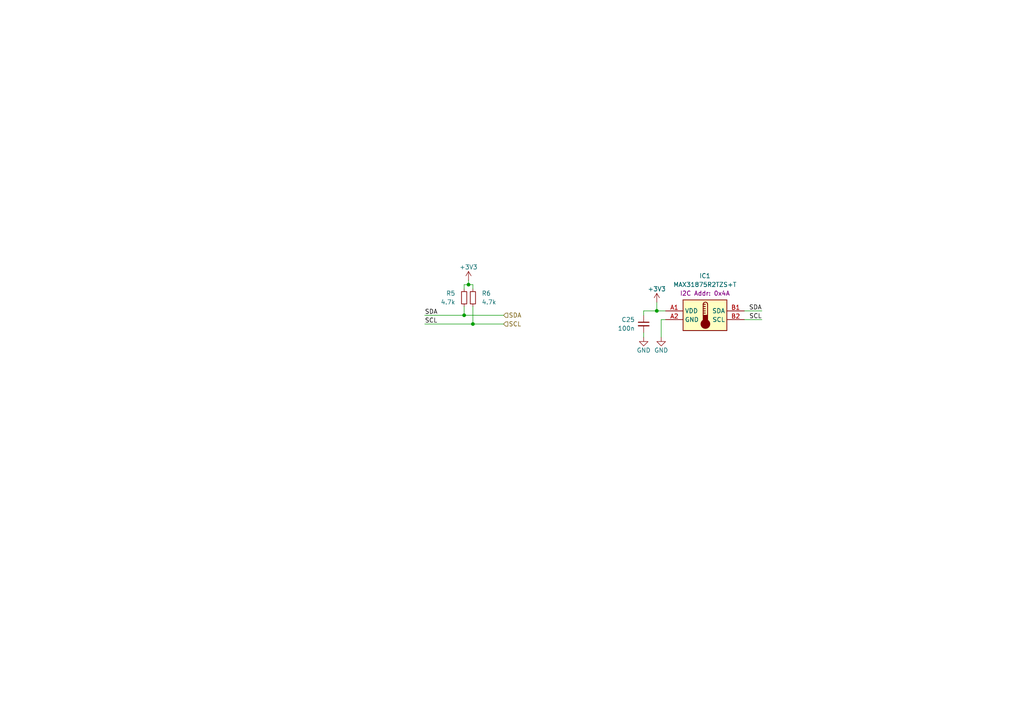
<source format=kicad_sch>
(kicad_sch (version 20231120) (generator "eeschema") (generator_version "8.0")
  (paper "A4")
  (lib_symbols
    (symbol "Device:C_Small" (pin_numbers hide) (pin_names (offset 0.254) hide)
      (property "Reference" "C" (at 0.254 1.778 0))
      (property "Value" "C_Small" (at 0.254 -2.032 0))
      (symbol "C_Small_0_1"
        (polyline (pts (xy -1.524 -0.508) (xy 1.524 -0.508)) (stroke (width 0.3302)))
        (polyline (pts (xy -1.524 0.508) (xy 1.524 0.508)) (stroke (width 0.3048)))
      )
      (symbol "C_Small_1_1"
        (pin passive line (at 0 2.54 270) (length 2.032) (name "~") (number "1"))
        (pin passive line (at 0 -2.54 90) (length 2.032) (name "~") (number "2"))
      )
    )
    (symbol "Device:R_Small" (pin_numbers hide) (pin_names (offset 0.254) hide)
      (property "Reference" "R" (at 0.762 0.508 0))
      (property "Value" "R_Small" (at 0.762 -1.016 0))
      (symbol "R_Small_0_1"
        (rectangle (start -0.762 1.778) (end 0.762 -1.778) (stroke (width 0.2032)))
      )
      (symbol "R_Small_1_1"
        (pin passive line (at 0 2.54 270) (length 0.762) (name "~") (number "1"))
        (pin passive line (at 0 -2.54 90) (length 0.762) (name "~") (number "2"))
      )
    )
    (symbol "extras:MAX31875R2TZS+T"
      (property "Reference" "IC" (at 5.08 7.62 0))
      (property "Value" "MAX31875R2TZS+T" (at 5.08 5.08 0))
      (symbol "MAX31875R2TZS+T_0_1"
        (polyline (pts (xy 10.922 -0.635) (xy 11.557 -0.635)) (stroke (width 0.254)))
        (polyline (pts (xy 10.922 0) (xy 11.557 0)) (stroke (width 0.254)))
        (polyline (pts (xy 10.922 0.635) (xy 11.557 0.635)) (stroke (width 0.254)))
        (polyline (pts (xy 10.922 1.27) (xy 11.557 1.27)) (stroke (width 0.254)))
        (polyline (pts (xy 10.922 1.905) (xy 10.922 -1.27)) (stroke (width 0.254)))
        (polyline (pts (xy 10.922 1.905) (xy 11.557 1.905)) (stroke (width 0.254)))
        (polyline (pts (xy 12.192 1.905) (xy 12.192 -1.27)) (stroke (width 0.254)))
        (circle (center 11.557 -3.81) (radius 1.27) (stroke (width 0.254)) (fill (type outline)))
        (rectangle (start 12.192 -3.175) (end 10.922 -1.27) (stroke (width 0.254)) (fill (type outline)))
        (arc (start 12.192 1.905) (mid 11.557 2.5373) (end 10.922 1.905) (stroke (width 0.254)))
      )
      (symbol "MAX31875R2TZS+T_1_1"
        (rectangle (start 5.08 3.175) (end 17.78 -5.715) (stroke (width 0.254)) (fill (type background)))
        (pin passive line (at 0 0 0) (length 5.08) (name "VDD") (number "A1"))
        (pin passive line (at 0 -2.54 0) (length 5.08) (name "GND") (number "A2"))
        (pin passive line (at 22.86 0 180) (length 5.08) (name "SDA") (number "B1"))
        (pin passive line (at 22.86 -2.54 180) (length 5.08) (name "SCL") (number "B2"))
      )
    )
    (symbol "power:+3V3" (power) (pin_numbers hide) (pin_names (offset 0) hide)
      (property "Value" "+3V3" (at 0 3.556 0))
      (symbol "+3V3_0_1"
        (polyline (pts (xy -0.762 1.27) (xy 0 2.54)))
        (polyline (pts (xy 0 0) (xy 0 2.54)))
        (polyline (pts (xy 0 2.54) (xy 0.762 1.27)))
      )
      (symbol "+3V3_1_1"
        (pin power_in line (at 0 0 90) (length 0) (name "~") (number "1"))
      )
    )
    (symbol "power:GND" (power) (pin_numbers hide) (pin_names (offset 0) hide)
      (property "Value" "GND" (at 0 -3.81 0))
      (symbol "GND_0_1"
        (polyline (pts (xy 0 0) (xy 0 -1.27) (xy 1.27 -1.27) (xy 0 -2.54) (xy -1.27 -1.27) (xy 0 -1.27)))
      )
      (symbol "GND_1_1"
        (pin power_in line (at 0 0 270) (length 0) (name "~") (number "1"))
      )
    )
  )
  (junction (at 137.16 93.98))
  (junction (at 135.89 82.55))
  (junction (at 134.62 91.44))
  (junction (at 190.5 90.17))
  (wire (pts (xy 137.16 93.98) (xy 146.05 93.98)))
  (wire (pts (xy 191.77 92.71) (xy 193.04 92.71)))
  (wire (pts (xy 190.5 90.17) (xy 193.04 90.17)))
  (wire (pts (xy 134.62 82.55) (xy 135.89 82.55)))
  (wire (pts (xy 137.16 88.9) (xy 137.16 93.98)))
  (wire (pts (xy 190.5 90.17) (xy 190.5 87.63)))
  (wire (pts (xy 135.89 82.55) (xy 137.16 82.55)))
  (wire (pts (xy 186.69 90.17) (xy 190.5 90.17)))
  (wire (pts (xy 135.89 81.28) (xy 135.89 82.55)))
  (wire (pts (xy 134.62 88.9) (xy 134.62 91.44)))
  (wire (pts (xy 191.77 92.71) (xy 191.77 97.79)))
  (wire (pts (xy 186.69 91.44) (xy 186.69 90.17)))
  (wire (pts (xy 123.19 91.44) (xy 134.62 91.44)))
  (wire (pts (xy 134.62 83.82) (xy 134.62 82.55)))
  (wire (pts (xy 137.16 82.55) (xy 137.16 83.82)))
  (wire (pts (xy 215.9 90.17) (xy 220.98 90.17)))
  (wire (pts (xy 123.19 93.98) (xy 137.16 93.98)))
  (wire (pts (xy 134.62 91.44) (xy 146.05 91.44)))
  (wire (pts (xy 215.9 92.71) (xy 220.98 92.71)))
  (wire (pts (xy 186.69 96.52) (xy 186.69 97.79)))
  (label "SDA" (at 123.19 91.44 0))
  (label "SDA" (at 220.98 90.17 180))
  (label "SCL" (at 123.19 93.98 0))
  (label "SCL" (at 220.98 92.71 180))
  (hierarchical_label "SCL" (shape input) (at 146.05 93.98 0))
  (hierarchical_label "SDA" (shape input) (at 146.05 91.44 0))
  (symbol (lib_id "power:+3V3") (at 190.5 87.63 0) (unit 1)
    (property "Reference" "#PWR036" (effects (hide yes)))
    (property "Value" "+3V3" (at 190.5 83.82 0))
    (property "Description" "Power symbol creates a global label with name \"+3V3\"" (effects (hide yes)))
  )
  (symbol (lib_id "power:+3V3") (at 135.89 81.28 0) (unit 1)
    (property "Reference" "#PWR034" (effects (hide yes)))
    (property "Value" "+3V3" (at 135.89 77.47 0))
    (property "Description" "Power symbol creates a global label with name \"+3V3\"" (effects (hide yes)))
  )
  (symbol (lib_id "extras:MAX31875R2TZS+T") (at 193.04 90.17 0) (unit 1)
    (property "Reference" "IC1" (at 204.47 80.01 0))
    (property "Value" "MAX31875R2TZS+T" (at 204.47 82.55 0))
    (property "Footprint" "extras:BGA4C40P2X2_84X84X37" (effects (hide yes)))
    (property "Datasheet" "https://www.analog.com/media/en/technical-documentation/data-sheets/MAX31875.pdf" (effects (hide yes)))
    (property "Description" "Low-Power I2C Temperature Sensor in WLP Package" (effects (hide yes)))
    (property "Height" "0.37" (effects (hide yes)))
    (property "Manufacturer_Name" "Analog Devices" (effects (hide yes)))
    (property "Manufacturer_Part_Number" "MAX31875R2TZS+T" (effects (hide yes)))
    (property "Arrow Part Number" "MAX31875R2TZS+T" (effects (hide yes)))
    (property "Arrow Price/Stock" "https://www.arrow.com/en/products/max31875r2tzst/maxim-integrated?region=nac" (effects (hide yes)))
    (property "I2C Addr" "0x4A" (at 204.47 85.09 0) (show_name yes))
  )
  (symbol (lib_id "Device:R_Small") (at 134.62 86.36 180) (unit 1)
    (property "Reference" "R5" (at 132.08 85.0899 0) (effects (justify left)))
    (property "Value" "4.7k" (at 132.08 87.6299 0) (effects (justify left)))
    (property "Footprint" "extras:R_0402" (effects (hide yes)))
    (property "Description" "Resistor, small symbol" (effects (hide yes)))
    (property "Mouser Part Number" "652-CR0402FX-47R0GLF" (effects (hide yes)))
  )
  (symbol (lib_id "power:GND") (at 191.77 97.79 0) (unit 1)
    (property "Reference" "#PWR037" (effects (hide yes)))
    (property "Value" "GND" (at 191.77 101.6 0))
    (property "Description" "Power symbol creates a global label with name \"GND\" , ground" (effects (hide yes)))
  )
  (symbol (lib_id "power:GND") (at 186.69 97.79 0) (unit 1)
    (property "Reference" "#PWR035" (effects (hide yes)))
    (property "Value" "GND" (at 186.69 101.6 0))
    (property "Description" "Power symbol creates a global label with name \"GND\" , ground" (effects (hide yes)))
  )
  (symbol (lib_id "Device:C_Small") (at 186.69 93.98 0) (mirror y) (unit 1)
    (property "Reference" "C25" (at 184.15 92.7162 0) (effects (justify left)))
    (property "Value" "100n" (at 184.15 95.2562 0) (effects (justify left)))
    (property "Footprint" "extras:C_0402" (effects (hide yes)))
    (property "Description" "Unpolarized capacitor, small symbol" (effects (hide yes)))
    (property "Mouser Part Number" "187-80-C0402C104K4R7867" (effects (hide yes)))
  )
  (symbol (lib_id "Device:R_Small") (at 137.16 86.36 180) (unit 1)
    (property "Reference" "R6" (at 139.7 85.0899 0) (effects (justify right)))
    (property "Value" "4.7k" (at 139.7 87.6299 0) (effects (justify right)))
    (property "Footprint" "extras:R_0402" (effects (hide yes)))
    (property "Description" "Resistor, small symbol" (effects (hide yes)))
    (property "Mouser Part Number" "652-CR0402FX-47R0GLF" (effects (hide yes)))
  )
)
</source>
